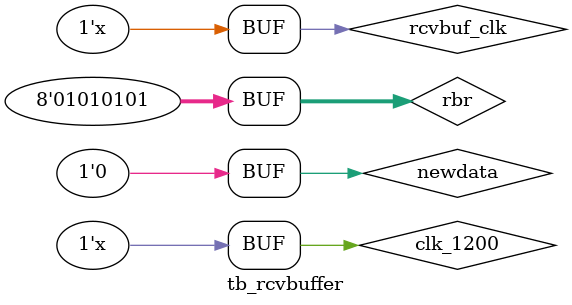
<source format=v>
/*	Author: bkeith
	
	File: tb_rcvbuffer.v
	Description: testbench for 10K-bit receive buffer.

	History: 	3/9/14	- started.
*/

`timescale 1ns / 1ps 

module tb_rcvbuffer();

	// Inputs
	reg rcvbuf_clk;
	reg clk_1200;
	reg newdata;
	reg [7:0] rbr;
	
	// Outputs
	wire databit;

	// Instantiate UUT
	rcvbuffer M1 (.rcvbuf_clk(rcvbuf_clk), .clk_1200(clk_1200), .newdata(newdata), .rbr(rbr), .databit(databit));

	initial begin
		rcvbuf_clk = 0;
		clk_1200 = 0;
		newdata = 0;
		rbr = 8'b00000000;
	end

	// WATCH OUT FOR CLOCK DRIFT (?)
	always
		#416667 clk_1200 = ~clk_1200;		// ~ 1200 Hz

	always 
		#26042 rcvbuf_clk = ~rcvbuf_clk;	// ~ 16*1200 Hz

	always begin
		#20000000 rbr = 8'b11110000;
		newdata = 1;
		#500000 newdata = 0;
		#20000000 rbr = 8'b01010101;
		newdata = 1;
		#500000 newdata = 0;
	end

endmodule
</source>
